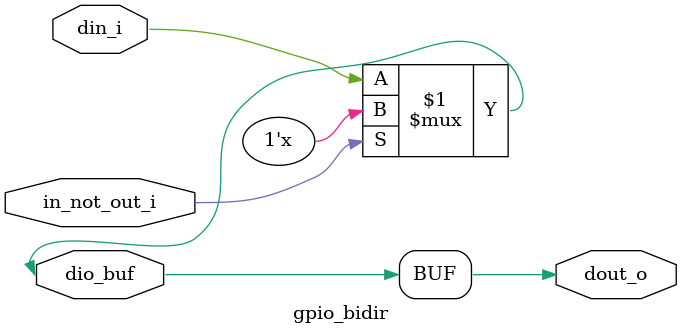
<source format=v>
`define USE_IO_BUF_BEH
`default_nettype none
`timescale 1ns/1ns

module gpio_bidir #(parameter WIDTH=1) (
    inout  wire [WIDTH-1:0] dio_buf,
    input  wire [WIDTH-1:0] din_i,
    output wire [WIDTH-1:0] dout_o,
    input  wire [WIDTH-1:0] in_not_out_i         // high: input, low: output
);

`ifdef USE_IO_BUF_BEH
    assign dout_o  = dio_buf;
    generate
        genvar i;
        for (i=0; i<WIDTH; i=i+1)
            assign dio_buf[i] = in_not_out_i[i] ? 1'bz : din_i[i];
    endgenerate
`else
    IOBUF io_data [WIDTH-1:0] (
        .O (dout_o),        // data from the pad to the fabric
        .IO(dio_buf),       // connects to the pad
        .I (din_i),         // data from the fabric to tha pad
        .T (in_not_out_i)   // when 1 puts the IO pin in tri-state
    );
`endif
endmodule

</source>
